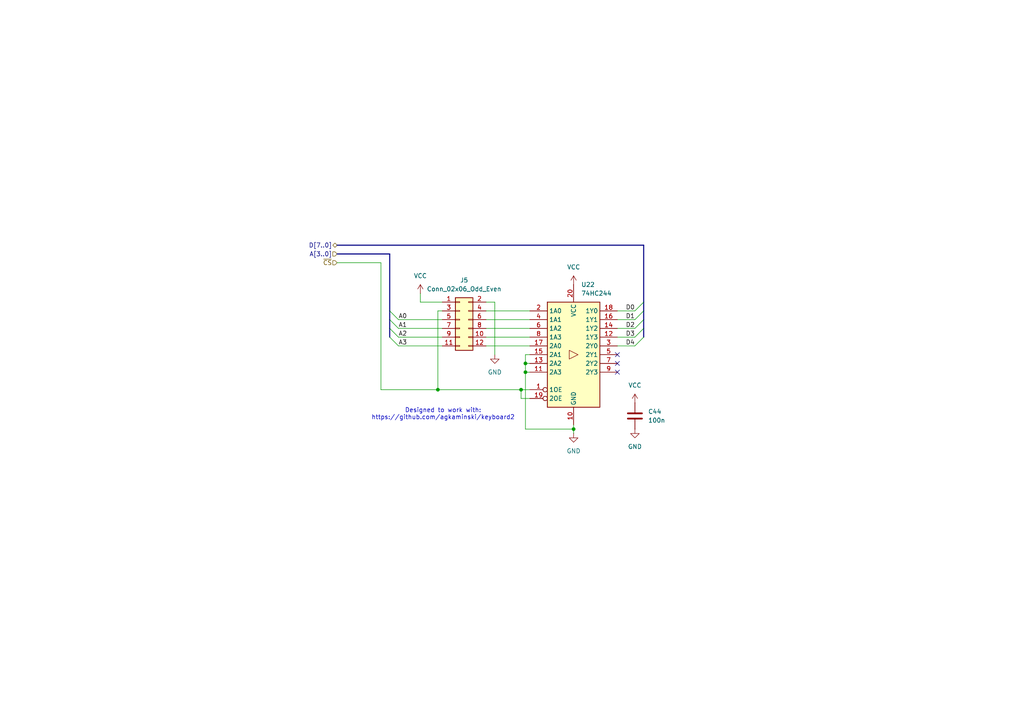
<source format=kicad_sch>
(kicad_sch (version 20250114) (generator "eeschema") (generator_version "9.0")
  (paper "A4")
  (title_block (title "Keyboard") (date "2025-06-18") (rev "A") (company "A.K."))
  (lib_symbols
    (symbol "74xx:74HC244"
      (property "Reference" "U" (at -7.62 16.51 0))
      (property "Value" "74HC244" (at -7.62 -16.51 0))
      (symbol "74HC244_1_0"
        (polyline (pts (xy 1.27 0) (xy -1.27 1.27) (xy -1.27 -1.27) (xy 1.27 0)) (stroke (width 0.1524)))
        (pin input line (at -12.7 12.7 0) (length 5.08) (name "1A0") (number "2"))
        (pin input line (at -12.7 10.16 0) (length 5.08) (name "1A1") (number "4"))
        (pin input line (at -12.7 7.62 0) (length 5.08) (name "1A2") (number "6"))
        (pin input line (at -12.7 5.08 0) (length 5.08) (name "1A3") (number "8"))
        (pin input line (at -12.7 2.54 0) (length 5.08) (name "2A0") (number "17"))
        (pin input line (at -12.7 0 0) (length 5.08) (name "2A1") (number "15"))
        (pin input line (at -12.7 -2.54 0) (length 5.08) (name "2A2") (number "13"))
        (pin input line (at -12.7 -5.08 0) (length 5.08) (name "2A3") (number "11"))
        (pin input inverted (at -12.7 -10.16 0) (length 5.08) (name "1OE") (number "1"))
        (pin input inverted (at -12.7 -12.7 0) (length 5.08) (name "2OE") (number "19"))
        (pin power_in line (at 0 20.32 270) (length 5.08) (name "VCC") (number "20"))
        (pin power_in line (at 0 -20.32 90) (length 5.08) (name "GND") (number "10"))
        (pin tri_state line (at 12.7 12.7 180) (length 5.08) (name "1Y0") (number "18"))
        (pin tri_state line (at 12.7 10.16 180) (length 5.08) (name "1Y1") (number "16"))
        (pin tri_state line (at 12.7 7.62 180) (length 5.08) (name "1Y2") (number "14"))
        (pin tri_state line (at 12.7 5.08 180) (length 5.08) (name "1Y3") (number "12"))
        (pin tri_state line (at 12.7 2.54 180) (length 5.08) (name "2Y0") (number "3"))
        (pin tri_state line (at 12.7 0 180) (length 5.08) (name "2Y1") (number "5"))
        (pin tri_state line (at 12.7 -2.54 180) (length 5.08) (name "2Y2") (number "7"))
        (pin tri_state line (at 12.7 -5.08 180) (length 5.08) (name "2Y3") (number "9"))
      )
      (symbol "74HC244_1_1"
        (rectangle (start -7.62 15.24) (end 7.62 -15.24) (stroke (width 0.254)) (fill (type background)))
      )
    )
    (symbol "Connector_Generic:Conn_02x06_Odd_Even" (pin_names (offset 1.016) (hide yes))
      (property "Reference" "J" (at 1.27 7.62 0))
      (property "Value" "Conn_02x06_Odd_Even" (at 1.27 -10.16 0))
      (symbol "Conn_02x06_Odd_Even_1_1"
        (rectangle (start -1.27 6.35) (end 3.81 -8.89) (stroke (width 0.254)) (fill (type background)))
        (rectangle (start -1.27 5.207) (end 0 4.953) (stroke (width 0.1524)))
        (rectangle (start -1.27 2.667) (end 0 2.413) (stroke (width 0.1524)))
        (rectangle (start -1.27 0.127) (end 0 -0.127) (stroke (width 0.1524)))
        (rectangle (start -1.27 -2.413) (end 0 -2.667) (stroke (width 0.1524)))
        (rectangle (start -1.27 -4.953) (end 0 -5.207) (stroke (width 0.1524)))
        (rectangle (start -1.27 -7.493) (end 0 -7.747) (stroke (width 0.1524)))
        (rectangle (start 3.81 5.207) (end 2.54 4.953) (stroke (width 0.1524)))
        (rectangle (start 3.81 2.667) (end 2.54 2.413) (stroke (width 0.1524)))
        (rectangle (start 3.81 0.127) (end 2.54 -0.127) (stroke (width 0.1524)))
        (rectangle (start 3.81 -2.413) (end 2.54 -2.667) (stroke (width 0.1524)))
        (rectangle (start 3.81 -4.953) (end 2.54 -5.207) (stroke (width 0.1524)))
        (rectangle (start 3.81 -7.493) (end 2.54 -7.747) (stroke (width 0.1524)))
        (pin passive line (at -5.08 5.08 0) (length 3.81) (name "Pin_1") (number "1"))
        (pin passive line (at -5.08 2.54 0) (length 3.81) (name "Pin_3") (number "3"))
        (pin passive line (at -5.08 0 0) (length 3.81) (name "Pin_5") (number "5"))
        (pin passive line (at -5.08 -2.54 0) (length 3.81) (name "Pin_7") (number "7"))
        (pin passive line (at -5.08 -5.08 0) (length 3.81) (name "Pin_9") (number "9"))
        (pin passive line (at -5.08 -7.62 0) (length 3.81) (name "Pin_11") (number "11"))
        (pin passive line (at 7.62 5.08 180) (length 3.81) (name "Pin_2") (number "2"))
        (pin passive line (at 7.62 2.54 180) (length 3.81) (name "Pin_4") (number "4"))
        (pin passive line (at 7.62 0 180) (length 3.81) (name "Pin_6") (number "6"))
        (pin passive line (at 7.62 -2.54 180) (length 3.81) (name "Pin_8") (number "8"))
        (pin passive line (at 7.62 -5.08 180) (length 3.81) (name "Pin_10") (number "10"))
        (pin passive line (at 7.62 -7.62 180) (length 3.81) (name "Pin_12") (number "12"))
      )
    )
    (symbol "Device:C" (pin_numbers (hide yes)) (pin_names (offset 0.254))
      (property "Reference" "C" (at 0.635 2.54 0))
      (property "Value" "C" (at 0.635 -2.54 0))
      (symbol "C_0_1"
        (polyline (pts (xy -2.032 0.762) (xy 2.032 0.762)) (stroke (width 0.508)))
        (polyline (pts (xy -2.032 -0.762) (xy 2.032 -0.762)) (stroke (width 0.508)))
      )
      (symbol "C_1_1"
        (pin passive line (at 0 3.81 270) (length 2.794) (name "~") (number "1"))
        (pin passive line (at 0 -3.81 90) (length 2.794) (name "~") (number "2"))
      )
    )
    (symbol "power:GND" (power) (pin_numbers (hide yes)) (pin_names (offset 0) (hide yes))
      (property "Value" "GND" (at 0 -3.81 0))
      (symbol "GND_0_1"
        (polyline (pts (xy 0 0) (xy 0 -1.27) (xy 1.27 -1.27) (xy 0 -2.54) (xy -1.27 -1.27) (xy 0 -1.27)))
      )
      (symbol "GND_1_1"
        (pin power_in line (at 0 0 270) (length 0) (name "~") (number "1"))
      )
    )
    (symbol "power:VCC" (power) (pin_numbers (hide yes)) (pin_names (offset 0) (hide yes))
      (property "Value" "VCC" (at 0 3.556 0))
      (symbol "VCC_0_1"
        (polyline (pts (xy -0.762 1.27) (xy 0 2.54)))
        (polyline (pts (xy 0 2.54) (xy 0.762 1.27)))
        (polyline (pts (xy 0 0) (xy 0 2.54)))
      )
      (symbol "VCC_1_1"
        (pin power_in line (at 0 0 90) (length 0) (name "~") (number "1"))
      )
    )
  )
  (text "Designed to work with:\nhttps://github.com/agkaminski/keyboard2" (at 128.524 120.142 0) (effects (font (size 1.27 1.27))))
  (junction (at 152.4 107.95))
  (junction (at 151.13 113.03))
  (junction (at 152.4 105.41))
  (junction (at 127 113.03))
  (junction (at 166.37 124.46))
  (no_connect (at 179.07 102.87))
  (no_connect (at 179.07 107.95))
  (no_connect (at 179.07 105.41))
  (bus_entry (at 186.69 90.17) (size -2.54 2.54))
  (bus_entry (at 113.03 95.25) (size 2.54 2.54))
  (bus_entry (at 186.69 87.63) (size -2.54 2.54))
  (bus_entry (at 113.03 92.71) (size 2.54 2.54))
  (bus_entry (at 113.03 90.17) (size 2.54 2.54))
  (bus_entry (at 186.69 95.25) (size -2.54 2.54))
  (bus_entry (at 186.69 92.71) (size -2.54 2.54))
  (bus_entry (at 113.03 97.79) (size 2.54 2.54))
  (bus_entry (at 186.69 97.79) (size -2.54 2.54))
  (wire (pts (xy 151.13 115.57) (xy 151.13 113.03)))
  (wire (pts (xy 166.37 124.46) (xy 166.37 125.73)))
  (wire (pts (xy 152.4 105.41) (xy 153.67 105.41)))
  (bus (pts (xy 186.69 71.12) (xy 186.69 87.63)))
  (wire (pts (xy 179.07 95.25) (xy 184.15 95.25)))
  (bus (pts (xy 186.69 95.25) (xy 186.69 97.79)))
  (wire (pts (xy 121.92 85.09) (xy 121.92 87.63)))
  (wire (pts (xy 153.67 115.57) (xy 151.13 115.57)))
  (wire (pts (xy 115.57 100.33) (xy 128.27 100.33)))
  (wire (pts (xy 140.97 87.63) (xy 143.51 87.63)))
  (wire (pts (xy 179.07 90.17) (xy 184.15 90.17)))
  (wire (pts (xy 152.4 105.41) (xy 152.4 102.87)))
  (wire (pts (xy 115.57 95.25) (xy 128.27 95.25)))
  (wire (pts (xy 115.57 97.79) (xy 128.27 97.79)))
  (bus (pts (xy 186.69 92.71) (xy 186.69 95.25)))
  (bus (pts (xy 186.69 90.17) (xy 186.69 92.71)))
  (wire (pts (xy 179.07 100.33) (xy 184.15 100.33)))
  (wire (pts (xy 140.97 90.17) (xy 153.67 90.17)))
  (bus (pts (xy 113.03 73.66) (xy 113.03 90.17)))
  (wire (pts (xy 152.4 124.46) (xy 152.4 107.95)))
  (wire (pts (xy 110.49 76.2) (xy 110.49 113.03)))
  (wire (pts (xy 140.97 92.71) (xy 153.67 92.71)))
  (wire (pts (xy 166.37 123.19) (xy 166.37 124.46)))
  (wire (pts (xy 140.97 95.25) (xy 153.67 95.25)))
  (wire (pts (xy 110.49 113.03) (xy 127 113.03)))
  (wire (pts (xy 179.07 97.79) (xy 184.15 97.79)))
  (wire (pts (xy 152.4 107.95) (xy 152.4 105.41)))
  (wire (pts (xy 151.13 113.03) (xy 153.67 113.03)))
  (bus (pts (xy 113.03 90.17) (xy 113.03 92.71)))
  (wire (pts (xy 127 90.17) (xy 127 113.03)))
  (bus (pts (xy 97.79 73.66) (xy 113.03 73.66)))
  (bus (pts (xy 113.03 92.71) (xy 113.03 95.25)))
  (wire (pts (xy 166.37 124.46) (xy 152.4 124.46)))
  (wire (pts (xy 97.79 76.2) (xy 110.49 76.2)))
  (bus (pts (xy 97.79 71.12) (xy 186.69 71.12)))
  (wire (pts (xy 128.27 90.17) (xy 127 90.17)))
  (bus (pts (xy 186.69 87.63) (xy 186.69 90.17)))
  (wire (pts (xy 179.07 92.71) (xy 184.15 92.71)))
  (wire (pts (xy 140.97 97.79) (xy 153.67 97.79)))
  (wire (pts (xy 127 113.03) (xy 151.13 113.03)))
  (wire (pts (xy 121.92 87.63) (xy 128.27 87.63)))
  (wire (pts (xy 152.4 102.87) (xy 153.67 102.87)))
  (bus (pts (xy 113.03 95.25) (xy 113.03 97.79)))
  (wire (pts (xy 115.57 92.71) (xy 128.27 92.71)))
  (wire (pts (xy 152.4 107.95) (xy 153.67 107.95)))
  (wire (pts (xy 140.97 100.33) (xy 153.67 100.33)))
  (wire (pts (xy 143.51 87.63) (xy 143.51 102.87)))
  (label "D3" (at 184.15 97.79 180))
  (label "D2" (at 184.15 95.25 180))
  (label "D1" (at 184.15 92.71 180))
  (label "A2" (at 115.57 97.79 0))
  (label "A3" (at 115.57 100.33 0))
  (label "A0" (at 115.57 92.71 0))
  (label "A1" (at 115.57 95.25 0))
  (label "D0" (at 184.15 90.17 180))
  (label "D4" (at 184.15 100.33 180))
  (hierarchical_label "D[7..0]" (shape tri_state) (at 97.79 71.12 180))
  (hierarchical_label "~{CS}" (shape input) (at 97.79 76.2 180))
  (hierarchical_label "A[3..0]" (shape input) (at 97.79 73.66 180))
  (symbol (lib_id "power:VCC") (at 166.37 82.55 0) (unit 1)
    (property "Reference" "#PWR0133" (effects (hide yes)))
    (property "Value" "VCC" (at 166.37 77.47 0))
    (property "Description" "Power symbol creates a global label with name \"VCC\"" (effects (hide yes)))
  )
  (symbol (lib_id "power:VCC") (at 184.15 116.84 0) (unit 1)
    (property "Reference" "#PWR0135" (effects (hide yes)))
    (property "Value" "VCC" (at 184.15 111.76 0))
    (property "Description" "Power symbol creates a global label with name \"VCC\"" (effects (hide yes)))
  )
  (symbol (lib_id "Device:C") (at 184.15 120.65 0) (unit 1)
    (property "Reference" "C44" (at 187.96 119.3799 0) (effects (justify left)))
    (property "Value" "100n" (at 187.96 121.9199 0) (effects (justify left)))
    (property "Footprint" "Capacitor_THT:C_Disc_D5.0mm_W2.5mm_P2.50mm" (effects (hide yes)))
    (property "Description" "Unpolarized capacitor" (effects (hide yes)))
  )
  (symbol (lib_id "power:GND") (at 184.15 124.46 0) (unit 1)
    (property "Reference" "#PWR0136" (effects (hide yes)))
    (property "Value" "GND" (at 184.15 129.54 0))
    (property "Description" "Power symbol creates a global label with name \"GND\" , ground" (effects (hide yes)))
  )
  (symbol (lib_id "power:GND") (at 143.51 102.87 0) (unit 1)
    (property "Reference" "#PWR0132" (effects (hide yes)))
    (property "Value" "GND" (at 143.51 107.95 0))
    (property "Description" "Power symbol creates a global label with name \"GND\" , ground" (effects (hide yes)))
  )
  (symbol (lib_id "Connector_Generic:Conn_02x06_Odd_Even") (at 133.35 92.71 0) (unit 1)
    (property "Reference" "J5" (at 134.62 81.28 0))
    (property "Value" "Conn_02x06_Odd_Even" (at 134.62 83.82 0))
    (property "Footprint" "Connector_IDC:IDC-Header_2x06_P2.54mm_Vertical" (effects (hide yes)))
    (property "Description" "Generic connector, double row, 02x06, odd/even pin numbering scheme (row 1 odd numbers, row 2 even numbers), script generated (kicad-library-utils/schlib/autogen/connector/)" (effects (hide yes)))
  )
  (symbol (lib_id "74xx:74HC244") (at 166.37 102.87 0) (unit 1)
    (property "Reference" "U22" (at 168.5641 82.55 0) (effects (justify left)))
    (property "Value" "74HC244" (at 168.5641 85.09 0) (effects (justify left)))
    (property "Footprint" "Package_DIP:DIP-20_W7.62mm" (effects (hide yes)))
    (property "Datasheet" "https://assets.nexperia.com/documents/data-sheet/74HC_HCT244.pdf" (effects (hide yes)))
    (property "Description" "8-bit Buffer/Line Driver 3-state" (effects (hide yes)))
  )
  (symbol (lib_id "power:GND") (at 166.37 125.73 0) (unit 1)
    (property "Reference" "#PWR0134" (effects (hide yes)))
    (property "Value" "GND" (at 166.37 130.81 0))
    (property "Description" "Power symbol creates a global label with name \"GND\" , ground" (effects (hide yes)))
  )
  (symbol (lib_id "power:VCC") (at 121.92 85.09 0) (unit 1)
    (property "Reference" "#PWR0131" (effects (hide yes)))
    (property "Value" "VCC" (at 121.92 80.01 0))
    (property "Description" "Power symbol creates a global label with name \"VCC\"" (effects (hide yes)))
  )
)
</source>
